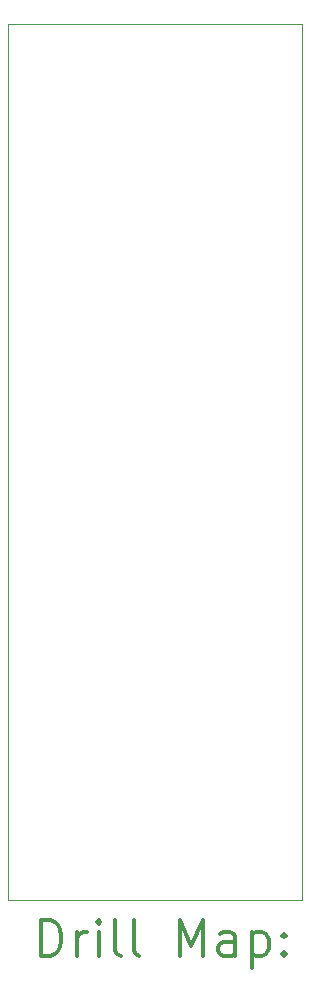
<source format=gbr>
%FSLAX45Y45*%
G04 Gerber Fmt 4.5, Leading zero omitted, Abs format (unit mm)*
G04 Created by KiCad (PCBNEW 5.1.10) date 2021-12-13 09:12:37*
%MOMM*%
%LPD*%
G01*
G04 APERTURE LIST*
%TA.AperFunction,Profile*%
%ADD10C,0.100000*%
%TD*%
%ADD11C,0.200000*%
%ADD12C,0.300000*%
G04 APERTURE END LIST*
D10*
X5969000Y-9601200D02*
X5969000Y-2184400D01*
X8458200Y-9601200D02*
X5969000Y-9601200D01*
X8458200Y-2184400D02*
X8458200Y-9601200D01*
X5969000Y-2184400D02*
X8458200Y-2184400D01*
D11*
D12*
X6250428Y-10071914D02*
X6250428Y-9771914D01*
X6321857Y-9771914D01*
X6364714Y-9786200D01*
X6393286Y-9814772D01*
X6407571Y-9843343D01*
X6421857Y-9900486D01*
X6421857Y-9943343D01*
X6407571Y-10000486D01*
X6393286Y-10029057D01*
X6364714Y-10057629D01*
X6321857Y-10071914D01*
X6250428Y-10071914D01*
X6550428Y-10071914D02*
X6550428Y-9871914D01*
X6550428Y-9929057D02*
X6564714Y-9900486D01*
X6579000Y-9886200D01*
X6607571Y-9871914D01*
X6636143Y-9871914D01*
X6736143Y-10071914D02*
X6736143Y-9871914D01*
X6736143Y-9771914D02*
X6721857Y-9786200D01*
X6736143Y-9800486D01*
X6750428Y-9786200D01*
X6736143Y-9771914D01*
X6736143Y-9800486D01*
X6921857Y-10071914D02*
X6893286Y-10057629D01*
X6879000Y-10029057D01*
X6879000Y-9771914D01*
X7079000Y-10071914D02*
X7050428Y-10057629D01*
X7036143Y-10029057D01*
X7036143Y-9771914D01*
X7421857Y-10071914D02*
X7421857Y-9771914D01*
X7521857Y-9986200D01*
X7621857Y-9771914D01*
X7621857Y-10071914D01*
X7893286Y-10071914D02*
X7893286Y-9914772D01*
X7879000Y-9886200D01*
X7850428Y-9871914D01*
X7793286Y-9871914D01*
X7764714Y-9886200D01*
X7893286Y-10057629D02*
X7864714Y-10071914D01*
X7793286Y-10071914D01*
X7764714Y-10057629D01*
X7750428Y-10029057D01*
X7750428Y-10000486D01*
X7764714Y-9971914D01*
X7793286Y-9957629D01*
X7864714Y-9957629D01*
X7893286Y-9943343D01*
X8036143Y-9871914D02*
X8036143Y-10171914D01*
X8036143Y-9886200D02*
X8064714Y-9871914D01*
X8121857Y-9871914D01*
X8150428Y-9886200D01*
X8164714Y-9900486D01*
X8179000Y-9929057D01*
X8179000Y-10014772D01*
X8164714Y-10043343D01*
X8150428Y-10057629D01*
X8121857Y-10071914D01*
X8064714Y-10071914D01*
X8036143Y-10057629D01*
X8307571Y-10043343D02*
X8321857Y-10057629D01*
X8307571Y-10071914D01*
X8293286Y-10057629D01*
X8307571Y-10043343D01*
X8307571Y-10071914D01*
X8307571Y-9886200D02*
X8321857Y-9900486D01*
X8307571Y-9914772D01*
X8293286Y-9900486D01*
X8307571Y-9886200D01*
X8307571Y-9914772D01*
M02*

</source>
